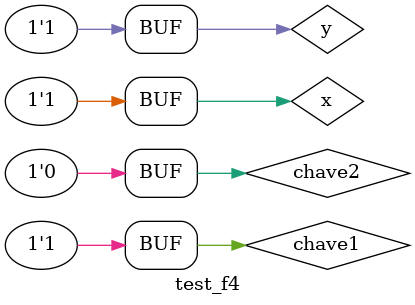
<source format=v>
module f4 (output s, input a,input b, input chave1, input chave2);

wire s1, s2, s3, s4, s5, s6, s7, s8, s9, s10, s11, s12;

and and1(s1, a, b);
or  or1 (s2, a, b);
nand nand1(s3, a, b);
nor  nor1 (s4, a, b);
and and2(s5, s1, chave1);
and and3(s6, s2, chave1);
and and4(s7, s3, chave1);
and and5(s8, s4, chave1);
or  or2 (s9, s5, s6);
or  or3 (s10, s7, s8);
and and6(s11, s9, chave2);
and and7(s12, s10, chave2);
or  or4 (s, s12, s11);


endmodule // f4
module test_f4;
// ------------------------- definir dados
reg x;
reg y;
reg chave1;
reg chave2;
wire s;
f4 modulo (s, x, y, chave1, chave2);
// ------------------------- parte principal
initial begin
$display("Exemplo0033 - Yousef - 441714");
$display("Test LU's module");

x = 0; y = 0; chave1 = 1; chave2 = 1;

$monitor("x = %1b -- y = %1b chave1 = %1b  chave2 = %1b Resultado = %1b",x,y,chave1, chave2, s );

#1x = 0; y = 1; chave1 = 1; chave2 = 1;
#1x = 1; y = 0; chave1 = 1; chave2 = 1;
#1x = 1; y = 1; chave1 = 1; chave2 = 1;

#1x = 0; y = 0; chave1 = 0; chave2 = 1;
$display("\n");
#1x = 0; y = 1; chave1 = 0; chave2 = 0;
#1x = 1; y = 0; chave1 = 0; chave2 = 0;
#1x = 1; y = 1; chave1 = 0; chave2 = 0;

#1x = 0; y = 0; chave1 = 1; chave2 = 0;
$display("\n");
#1x = 0; y = 1; chave1 = 1; chave2 = 0;
#1x = 1; y = 0; chave1 = 1; chave2 = 0;
#1x = 1; y = 1; chave1 = 1; chave2 = 0;

end
endmodule // test_f4
</source>
